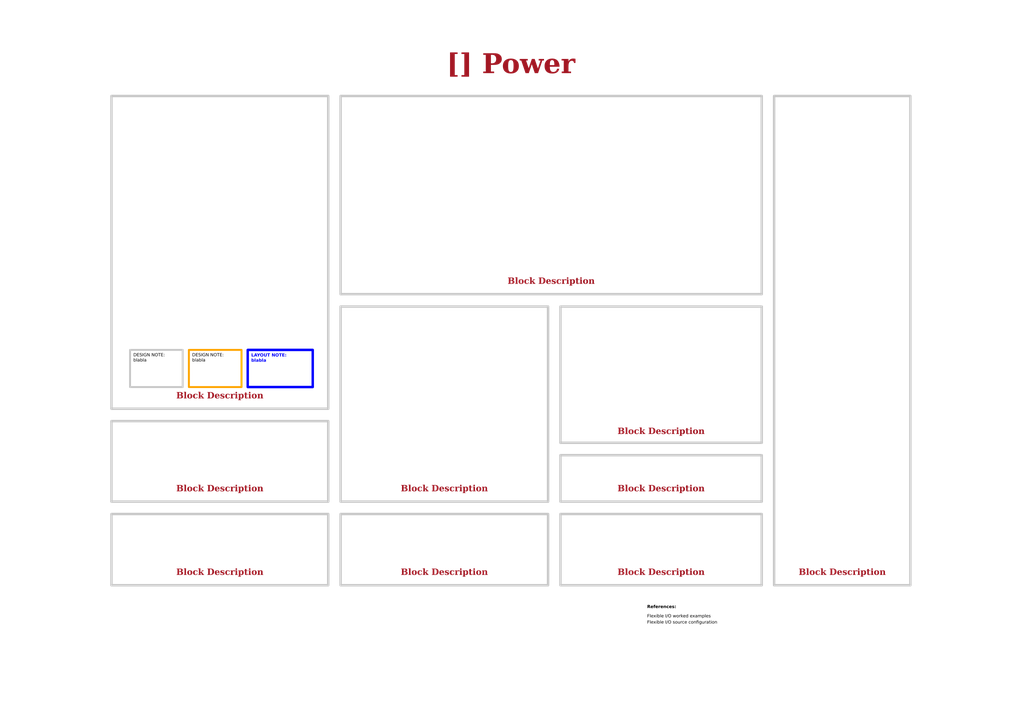
<source format=kicad_sch>
(kicad_sch
	(version 20250114)
	(generator "eeschema")
	(generator_version "9.0")
	(uuid "ea8c4f5e-7a49-4faf-a994-dbc85ed86b0a")
	(paper "A3")
	(title_block
		(title "Power")
		(date "2025-01-12")
		(rev "${REVISION}")
		(company "${COMPANY}")
	)
	(lib_symbols)
	(rectangle
		(start 139.7 125.73)
		(end 224.79 205.74)
		(stroke
			(width 1)
			(type default)
			(color 200 200 200 1)
		)
		(fill
			(type none)
		)
		(uuid 1d862d27-55c8-43d9-a1e0-027d1852f163)
	)
	(rectangle
		(start 317.5 39.37)
		(end 373.38 240.03)
		(stroke
			(width 1)
			(type default)
			(color 200 200 200 1)
		)
		(fill
			(type none)
		)
		(uuid 1d9edcfe-b949-46c5-adca-40f822b4bd2a)
	)
	(rectangle
		(start 45.72 172.72)
		(end 134.62 205.74)
		(stroke
			(width 1)
			(type default)
			(color 200 200 200 1)
		)
		(fill
			(type none)
		)
		(uuid 5d23fe69-1b57-41a7-86cd-8987bca3e109)
	)
	(rectangle
		(start 45.72 210.82)
		(end 134.62 240.03)
		(stroke
			(width 1)
			(type default)
			(color 200 200 200 1)
		)
		(fill
			(type none)
		)
		(uuid 8b07e48f-2db7-43ad-80d6-e91fd34b7137)
	)
	(rectangle
		(start 229.87 186.69)
		(end 312.42 205.74)
		(stroke
			(width 1)
			(type default)
			(color 200 200 200 1)
		)
		(fill
			(type none)
		)
		(uuid 8fb364d8-7e61-4713-a5cf-4e5bf9a0422c)
	)
	(rectangle
		(start 229.87 125.73)
		(end 312.42 181.61)
		(stroke
			(width 1)
			(type default)
			(color 200 200 200 1)
		)
		(fill
			(type none)
		)
		(uuid 91e86061-3695-4d86-a73e-d25af3bfe9b8)
	)
	(rectangle
		(start 139.7 210.82)
		(end 224.79 240.03)
		(stroke
			(width 1)
			(type default)
			(color 200 200 200 1)
		)
		(fill
			(type none)
		)
		(uuid d99cdb64-d2e4-4f1f-8584-4020073b6248)
	)
	(rectangle
		(start 45.72 39.37)
		(end 134.62 167.64)
		(stroke
			(width 1)
			(type default)
			(color 200 200 200 1)
		)
		(fill
			(type none)
		)
		(uuid ed047b56-79da-45e9-8381-b3465e9473b3)
	)
	(rectangle
		(start 139.7 39.37)
		(end 312.42 120.65)
		(stroke
			(width 1)
			(type default)
			(color 200 200 200 1)
		)
		(fill
			(type none)
		)
		(uuid ed78b7e7-9d87-4eba-bb13-ab88d26954ef)
	)
	(rectangle
		(start 229.87 210.82)
		(end 312.42 240.03)
		(stroke
			(width 1)
			(type default)
			(color 200 200 200 1)
		)
		(fill
			(type none)
		)
		(uuid f026768c-915f-4378-b3f2-b0a2f2a348b8)
	)
	(text "Flexible I/O worked examples"
		(exclude_from_sim no)
		(at 265.43 254 0)
		(effects
			(font
				(face "Arial")
				(size 1.27 1.27)
				(color 0 0 0 1)
			)
			(justify left bottom)
			(href "https://jpieper.com/2022/06/30/flexible-i-o-worked-examples/")
		)
		(uuid "16842e9f-eef2-418b-80ee-4eca09c5cd4a")
	)
	(text "References:"
		(exclude_from_sim no)
		(at 265.43 250.19 0)
		(effects
			(font
				(face "Arial")
				(size 1.27 1.27)
				(thickness 0.254)
				(bold yes)
				(color 0 0 0 1)
			)
			(justify left bottom)
		)
		(uuid "ca73a951-c39c-4a3c-9e12-06e6bc2f3311")
	)
	(text "Flexible I/O source configuration"
		(exclude_from_sim no)
		(at 265.43 256.54 0)
		(effects
			(font
				(face "Arial")
				(size 1.27 1.27)
				(color 0 0 0 1)
			)
			(justify left bottom)
			(href "https://jpieper.com/2022/06/28/flexible-i-o-source-configuration/")
		)
		(uuid "ff128f57-01dd-404e-9bb2-8208299d438c")
	)
	(text_box "Block Description"
		(exclude_from_sim no)
		(at 46.99 194.31 0)
		(size 86.36 9.525)
		(margins 1.9049 1.9049 1.9049 1.9049)
		(stroke
			(width -0.0001)
			(type default)
		)
		(fill
			(type none)
		)
		(effects
			(font
				(face "Times New Roman")
				(size 2.54 2.54)
				(thickness 0.508)
				(bold yes)
				(color 162 22 34 1)
			)
			(justify bottom)
		)
		(uuid "22f68459-86b0-4160-81dc-9d64d58e4265")
	)
	(text_box "Block Description"
		(exclude_from_sim no)
		(at 140.97 228.6 0)
		(size 82.55 9.525)
		(margins 1.9049 1.9049 1.9049 1.9049)
		(stroke
			(width -0.0001)
			(type default)
		)
		(fill
			(type none)
		)
		(effects
			(font
				(face "Times New Roman")
				(size 2.54 2.54)
				(thickness 0.508)
				(bold yes)
				(color 162 22 34 1)
			)
			(justify bottom)
		)
		(uuid "5050590c-bc0b-438f-ac65-a11e5219903d")
	)
	(text_box "[${#}] ${TITLE}"
		(exclude_from_sim no)
		(at 161.29 20.32 0)
		(size 96.52 12.7)
		(margins 5.9999 5.9999 5.9999 5.9999)
		(stroke
			(width -0.0001)
			(type default)
		)
		(fill
			(type none)
		)
		(effects
			(font
				(face "Times New Roman")
				(size 8 8)
				(thickness 1.2)
				(bold yes)
				(color 162 22 34 1)
			)
		)
		(uuid "524c500e-48b2-4d74-9c30-5c34bf6c2558")
	)
	(text_box "Block Description"
		(exclude_from_sim no)
		(at 46.99 228.6 0)
		(size 86.36 9.525)
		(margins 1.9049 1.9049 1.9049 1.9049)
		(stroke
			(width -0.0001)
			(type default)
		)
		(fill
			(type none)
		)
		(effects
			(font
				(face "Times New Roman")
				(size 2.54 2.54)
				(thickness 0.508)
				(bold yes)
				(color 162 22 34 1)
			)
			(justify bottom)
		)
		(uuid "67a85d80-fe45-4492-a23f-f4ed25b939a9")
	)
	(text_box "DESIGN NOTE:\nblabla"
		(exclude_from_sim no)
		(at 77.47 143.51 0)
		(size 21.59 15.24)
		(margins 1.3525 1.3525 1.3525 1.3525)
		(stroke
			(width 0.8)
			(type solid)
			(color 255 165 0 1)
		)
		(fill
			(type none)
		)
		(effects
			(font
				(face "Arial")
				(size 1.27 1.27)
				(color 0 0 0 1)
			)
			(justify left top)
		)
		(uuid "7118d66d-27ed-4a42-9d0f-29873dd1133d")
	)
	(text_box "Block Description"
		(exclude_from_sim no)
		(at 231.14 228.6 0)
		(size 80.01 9.525)
		(margins 1.9049 1.9049 1.9049 1.9049)
		(stroke
			(width -0.0001)
			(type default)
		)
		(fill
			(type none)
		)
		(effects
			(font
				(face "Times New Roman")
				(size 2.54 2.54)
				(thickness 0.508)
				(bold yes)
				(color 162 22 34 1)
			)
			(justify bottom)
		)
		(uuid "7283beb6-c696-4e44-ac80-edfae78c644b")
	)
	(text_box "LAYOUT NOTE:\nblabla"
		(exclude_from_sim no)
		(at 101.6 143.51 0)
		(size 26.67 15.24)
		(margins 1.4525 1.4525 1.4525 1.4525)
		(stroke
			(width 1)
			(type solid)
			(color 0 0 255 1)
		)
		(fill
			(type none)
		)
		(effects
			(font
				(face "Arial")
				(size 1.27 1.27)
				(thickness 0.4)
				(bold yes)
				(color 0 0 255 1)
			)
			(justify left top)
		)
		(uuid "789bb8df-08ec-4683-a441-f4ff02e08c1e")
	)
	(text_box "Block Description"
		(exclude_from_sim no)
		(at 46.99 156.21 0)
		(size 86.36 9.525)
		(margins 1.9049 1.9049 1.9049 1.9049)
		(stroke
			(width -0.0001)
			(type default)
		)
		(fill
			(type none)
		)
		(effects
			(font
				(face "Times New Roman")
				(size 2.54 2.54)
				(thickness 0.508)
				(bold yes)
				(color 162 22 34 1)
			)
			(justify bottom)
		)
		(uuid "904a8349-50c0-42c2-9fb8-b365e5e4dae5")
	)
	(text_box "Block Description"
		(exclude_from_sim no)
		(at 142.24 109.22 0)
		(size 167.64 9.525)
		(margins 1.9049 1.9049 1.9049 1.9049)
		(stroke
			(width -0.0001)
			(type default)
		)
		(fill
			(type none)
		)
		(effects
			(font
				(face "Times New Roman")
				(size 2.54 2.54)
				(thickness 0.508)
				(bold yes)
				(color 162 22 34 1)
			)
			(justify bottom)
		)
		(uuid "96ca24d3-fb87-492b-b46b-2ff8e6f8597a")
	)
	(text_box "Block Description"
		(exclude_from_sim no)
		(at 231.775 170.815 0)
		(size 78.74 9.525)
		(margins 1.9049 1.9049 1.9049 1.9049)
		(stroke
			(width -0.0001)
			(type default)
		)
		(fill
			(type none)
		)
		(effects
			(font
				(face "Times New Roman")
				(size 2.54 2.54)
				(thickness 0.508)
				(bold yes)
				(color 162 22 34 1)
			)
			(justify bottom)
		)
		(uuid "9cf3d12e-f9c3-4c34-8081-b16b6bc5d5dd")
	)
	(text_box "Block Description"
		(exclude_from_sim no)
		(at 231.14 194.31 0)
		(size 80.01 9.525)
		(margins 1.9049 1.9049 1.9049 1.9049)
		(stroke
			(width -0.0001)
			(type default)
		)
		(fill
			(type none)
		)
		(effects
			(font
				(face "Times New Roman")
				(size 2.54 2.54)
				(thickness 0.508)
				(bold yes)
				(color 162 22 34 1)
			)
			(justify bottom)
		)
		(uuid "a0355043-f06f-4f70-9556-f7b249e99a87")
	)
	(text_box "Block Description"
		(exclude_from_sim no)
		(at 318.77 228.6 0)
		(size 53.34 9.525)
		(margins 1.9049 1.9049 1.9049 1.9049)
		(stroke
			(width -0.0001)
			(type default)
		)
		(fill
			(type none)
		)
		(effects
			(font
				(face "Times New Roman")
				(size 2.54 2.54)
				(thickness 0.508)
				(bold yes)
				(color 162 22 34 1)
			)
			(justify bottom)
		)
		(uuid "ac59a6b3-731c-4363-a803-7459ac300c4a")
	)
	(text_box "DESIGN NOTE:\nblabla"
		(exclude_from_sim no)
		(at 53.34 143.51 0)
		(size 21.59 15.24)
		(margins 1.3525 1.3525 1.3525 1.3525)
		(stroke
			(width 0.8)
			(type solid)
			(color 200 200 200 1)
		)
		(fill
			(type none)
		)
		(effects
			(font
				(face "Arial")
				(size 1.27 1.27)
				(color 0 0 0 1)
			)
			(justify left top)
		)
		(uuid "b30fc753-248d-41ea-b0ab-815ff2704544")
	)
	(text_box "Block Description"
		(exclude_from_sim no)
		(at 140.97 194.31 0)
		(size 82.55 9.525)
		(margins 1.9049 1.9049 1.9049 1.9049)
		(stroke
			(width -0.0001)
			(type default)
		)
		(fill
			(type none)
		)
		(effects
			(font
				(face "Times New Roman")
				(size 2.54 2.54)
				(thickness 0.508)
				(bold yes)
				(color 162 22 34 1)
			)
			(justify bottom)
		)
		(uuid "d975f102-c262-465d-91fc-7f6c552cfb8d")
	)
)

</source>
